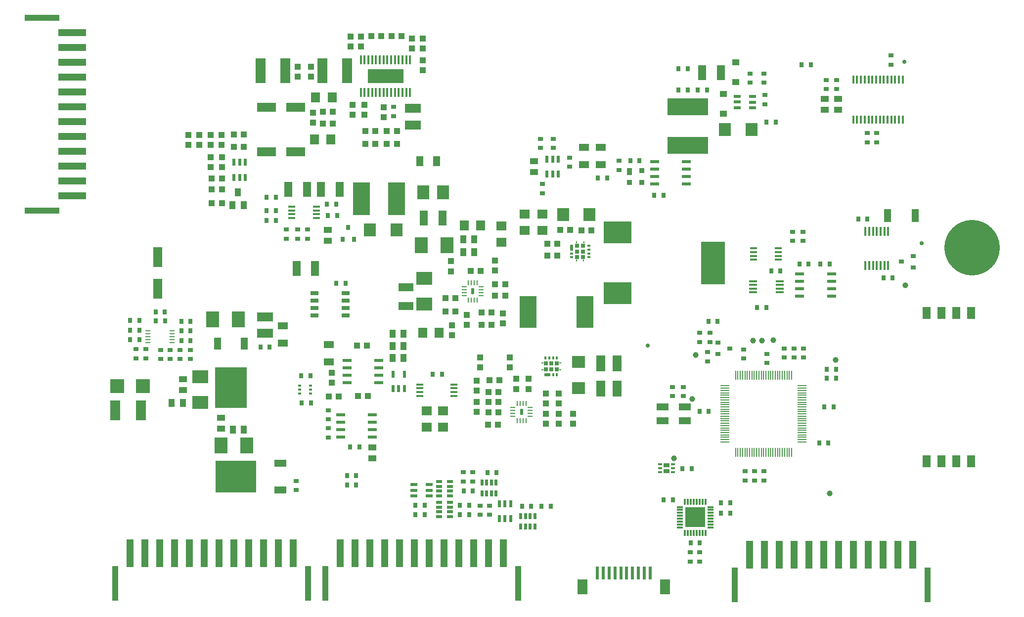
<source format=gtp>
G75*
%MOIN*%
%OFA0B0*%
%FSLAX25Y25*%
%IPPOS*%
%LPD*%
%AMOC8*
5,1,8,0,0,1.08239X$1,22.5*
%
%ADD10R,0.03800X0.03000*%
%ADD11R,0.03000X0.03800*%
%ADD12R,0.03937X0.01181*%
%ADD13R,0.01181X0.03937*%
%ADD14R,0.13386X0.13386*%
%ADD15R,0.01400X0.06000*%
%ADD16C,0.37402*%
%ADD17R,0.05118X0.08661*%
%ADD18R,0.03500X0.03100*%
%ADD19R,0.05512X0.01496*%
%ADD20C,0.02756*%
%ADD21R,0.02362X0.04724*%
%ADD22C,0.03937*%
%ADD23R,0.04724X0.01496*%
%ADD24R,0.06299X0.00945*%
%ADD25R,0.00945X0.06299*%
%ADD26R,0.07874X0.04724*%
%ADD27R,0.01969X0.03937*%
%ADD28R,0.05512X0.07874*%
%ADD29R,0.04724X0.02362*%
%ADD30R,0.03937X0.01969*%
%ADD31R,0.03937X0.03150*%
%ADD32R,0.03150X0.01654*%
%ADD33R,0.06000X0.02400*%
%ADD34R,0.06700X0.04500*%
%ADD35R,0.03300X0.03300*%
%ADD36R,0.03300X0.04700*%
%ADD37R,0.05500X0.04300*%
%ADD38R,0.03346X0.01102*%
%ADD39R,0.01102X0.03346*%
%ADD40R,0.02362X0.04331*%
%ADD41R,0.18500X0.15000*%
%ADD42R,0.16000X0.29000*%
%ADD43R,0.04331X0.03937*%
%ADD44R,0.03937X0.04331*%
%ADD45R,0.02165X0.03898*%
%ADD46R,0.02165X0.01339*%
%ADD47R,0.02756X0.02622*%
%ADD48R,0.00787X0.01181*%
%ADD49R,0.07087X0.06299*%
%ADD50R,0.06299X0.07087*%
%ADD51R,0.03898X0.02165*%
%ADD52R,0.01339X0.02165*%
%ADD53R,0.02622X0.02756*%
%ADD54R,0.01181X0.00787*%
%ADD55R,0.06299X0.10630*%
%ADD56R,0.11417X0.21260*%
%ADD57R,0.10630X0.06299*%
%ADD58R,0.05500X0.10200*%
%ADD59R,0.10200X0.05500*%
%ADD60R,0.10800X0.08500*%
%ADD61R,0.02362X0.01654*%
%ADD62R,0.21260X0.27559*%
%ADD63R,0.04724X0.07874*%
%ADD64R,0.27559X0.21260*%
%ADD65R,0.08500X0.10800*%
%ADD66R,0.04300X0.05500*%
%ADD67R,0.04724X0.01378*%
%ADD68R,0.03100X0.03500*%
%ADD69R,0.04724X0.01181*%
%ADD70R,0.11811X0.22047*%
%ADD71R,0.07900X0.09400*%
%ADD72R,0.07874X0.08661*%
%ADD73R,0.08661X0.07874*%
%ADD74R,0.04724X0.04331*%
%ADD75R,0.27559X0.11811*%
%ADD76R,0.01181X0.06299*%
%ADD77R,0.24291X0.09449*%
%ADD78R,0.06535X0.16614*%
%ADD79R,0.12598X0.06299*%
%ADD80R,0.02165X0.04724*%
%ADD81R,0.03937X0.05512*%
%ADD82R,0.01260X0.05512*%
%ADD83R,0.04500X0.06700*%
%ADD84R,0.09449X0.09449*%
%ADD85R,0.06700X0.13386*%
%ADD86R,0.02362X0.08661*%
%ADD87R,0.07087X0.10236*%
%ADD88R,0.03445X0.00984*%
%ADD89R,0.06299X0.13780*%
%ADD90R,0.05512X0.02500*%
%ADD91R,0.18504X0.05118*%
%ADD92R,0.23622X0.04331*%
%ADD93R,0.05118X0.18504*%
%ADD94R,0.04331X0.23622*%
D10*
X0202333Y0086317D03*
X0202333Y0092517D03*
X0224114Y0121864D03*
X0224114Y0128064D03*
X0224114Y0134031D03*
X0224114Y0140231D03*
X0130982Y0174657D03*
X0123982Y0174657D03*
X0117482Y0174657D03*
X0110982Y0174657D03*
X0100982Y0175157D03*
X0094482Y0175157D03*
X0094482Y0181357D03*
X0100982Y0181357D03*
X0110982Y0180857D03*
X0117482Y0180857D03*
X0123982Y0180857D03*
X0130982Y0180857D03*
X0195831Y0255811D03*
X0195831Y0262011D03*
X0203311Y0262011D03*
X0203311Y0255811D03*
X0210004Y0255811D03*
X0210004Y0262011D03*
X0368311Y0286484D03*
X0368311Y0292684D03*
X0386713Y0304331D03*
X0386713Y0310531D03*
X0375748Y0316980D03*
X0366874Y0316980D03*
X0366874Y0323180D03*
X0375748Y0323180D03*
X0420059Y0308420D03*
X0420059Y0302220D03*
X0518232Y0346433D03*
X0518232Y0352633D03*
X0517839Y0361000D03*
X0517839Y0367200D03*
X0508390Y0367200D03*
X0508390Y0361000D03*
X0559750Y0362837D03*
X0559750Y0356637D03*
X0566837Y0356637D03*
X0566837Y0362837D03*
X0603244Y0373248D03*
X0603244Y0379448D03*
X0593795Y0327086D03*
X0587496Y0327086D03*
X0587496Y0320886D03*
X0593795Y0320886D03*
X0543982Y0260557D03*
X0537082Y0260557D03*
X0537082Y0254357D03*
X0543982Y0254357D03*
X0481382Y0192357D03*
X0474382Y0192357D03*
X0474382Y0186157D03*
X0481382Y0186157D03*
X0479650Y0179405D03*
X0479650Y0173205D03*
X0504059Y0174976D03*
X0519807Y0172023D03*
X0519807Y0178223D03*
X0531382Y0175657D03*
X0531382Y0181857D03*
X0537882Y0181857D03*
X0537882Y0175657D03*
X0544382Y0175657D03*
X0544382Y0181857D03*
X0504059Y0181176D03*
X0463193Y0155822D03*
X0456106Y0155822D03*
X0456106Y0149622D03*
X0463193Y0149622D03*
X0505059Y0099090D03*
X0505059Y0092890D03*
X0511358Y0092890D03*
X0511358Y0099090D03*
X0517657Y0099090D03*
X0517657Y0092890D03*
X0474382Y0044357D03*
X0474382Y0038157D03*
X0467882Y0038157D03*
X0467882Y0044357D03*
X0332752Y0069657D03*
X0326252Y0069657D03*
X0326252Y0075857D03*
X0332752Y0075857D03*
X0321382Y0092157D03*
X0321382Y0098357D03*
X0314882Y0098357D03*
X0314882Y0092157D03*
X0268035Y0338441D03*
X0268035Y0344641D03*
D11*
X0405809Y0296793D03*
X0412009Y0296793D03*
X0427589Y0308470D03*
X0433789Y0308470D03*
X0443731Y0285242D03*
X0449931Y0285242D03*
X0541510Y0238903D03*
X0547710Y0238903D03*
X0555683Y0238903D03*
X0561883Y0238903D03*
X0598203Y0229454D03*
X0604403Y0229454D03*
X0528813Y0234179D03*
X0522613Y0234179D03*
X0519364Y0209375D03*
X0513164Y0209375D03*
X0486482Y0200257D03*
X0480282Y0200257D03*
X0560152Y0167757D03*
X0566352Y0167757D03*
X0566352Y0161757D03*
X0560152Y0161757D03*
X0558439Y0142446D03*
X0564639Y0142446D03*
X0561096Y0118037D03*
X0554896Y0118037D03*
X0480387Y0139297D03*
X0474187Y0139297D03*
X0468970Y0100714D03*
X0462770Y0100714D03*
X0456372Y0079848D03*
X0450172Y0079848D03*
X0488754Y0077879D03*
X0494954Y0077879D03*
X0494954Y0070793D03*
X0488754Y0070793D03*
X0474482Y0050757D03*
X0468282Y0050757D03*
X0373997Y0075320D03*
X0367797Y0075320D03*
X0360836Y0075320D03*
X0354636Y0075320D03*
X0321482Y0085757D03*
X0315282Y0085757D03*
X0312782Y0076257D03*
X0318982Y0076257D03*
X0318982Y0069757D03*
X0312782Y0069757D03*
X0288982Y0069757D03*
X0282782Y0069757D03*
X0282782Y0076257D03*
X0288982Y0076257D03*
X0242739Y0089713D03*
X0236539Y0089713D03*
X0236539Y0096040D03*
X0242739Y0096040D03*
X0244931Y0115478D03*
X0238731Y0115478D03*
X0212254Y0145005D03*
X0206054Y0145005D03*
X0205660Y0163509D03*
X0211860Y0163509D03*
X0184482Y0182757D03*
X0178282Y0182757D03*
X0131082Y0187257D03*
X0124882Y0187257D03*
X0124882Y0193757D03*
X0131082Y0193757D03*
X0131082Y0200257D03*
X0124882Y0200257D03*
X0113850Y0200301D03*
X0107650Y0200301D03*
X0096582Y0200757D03*
X0090382Y0200757D03*
X0107582Y0206557D03*
X0113782Y0206557D03*
X0096582Y0194257D03*
X0090382Y0194257D03*
X0090382Y0187757D03*
X0096582Y0187757D03*
X0229487Y0225727D03*
X0235687Y0225727D03*
X0188694Y0267966D03*
X0182494Y0267966D03*
X0182494Y0274659D03*
X0188694Y0274659D03*
X0188694Y0283714D03*
X0182494Y0283714D03*
X0223046Y0278990D03*
X0229246Y0278990D03*
X0230033Y0271509D03*
X0223833Y0271509D03*
X0459982Y0356257D03*
X0466182Y0356257D03*
X0473006Y0356226D03*
X0479206Y0356226D03*
X0466214Y0370399D03*
X0460014Y0370399D03*
X0519463Y0334572D03*
X0525663Y0334572D03*
X0543085Y0373155D03*
X0549285Y0373155D03*
X0581274Y0269218D03*
X0587474Y0269218D03*
X0300667Y0164466D03*
X0294467Y0164466D03*
X0331282Y0098257D03*
X0337482Y0098257D03*
D12*
X0460949Y0074927D03*
X0460949Y0072958D03*
X0460949Y0070990D03*
X0460949Y0069021D03*
X0460949Y0067053D03*
X0460949Y0065084D03*
X0460949Y0063116D03*
X0460949Y0061147D03*
X0481815Y0061147D03*
X0481815Y0063116D03*
X0481815Y0065084D03*
X0481815Y0067053D03*
X0481815Y0069021D03*
X0481815Y0070990D03*
X0481815Y0072958D03*
X0481815Y0074927D03*
D13*
X0478272Y0078470D03*
X0476303Y0078470D03*
X0474335Y0078470D03*
X0472366Y0078470D03*
X0470398Y0078470D03*
X0468429Y0078470D03*
X0466461Y0078470D03*
X0464492Y0078470D03*
X0464492Y0057604D03*
X0466461Y0057604D03*
X0468429Y0057604D03*
X0470398Y0057604D03*
X0472366Y0057604D03*
X0474335Y0057604D03*
X0476303Y0057604D03*
X0478272Y0057604D03*
D14*
X0471382Y0068037D03*
D15*
X0586144Y0237870D03*
X0588723Y0237870D03*
X0591262Y0237870D03*
X0593841Y0237870D03*
X0596380Y0237870D03*
X0598959Y0237870D03*
X0601498Y0237870D03*
X0601498Y0260845D03*
X0598959Y0260845D03*
X0596380Y0260845D03*
X0593841Y0260845D03*
X0591262Y0260845D03*
X0588723Y0260845D03*
X0586144Y0260845D03*
D16*
X0657996Y0249927D03*
D17*
X0619807Y0271580D03*
X0600909Y0271580D03*
D18*
X0618295Y0244178D03*
X0610295Y0240378D03*
X0618295Y0236578D03*
X0494673Y0181916D03*
X0486673Y0178116D03*
X0486673Y0185716D03*
D19*
X0510188Y0219748D03*
X0510188Y0222248D03*
X0510188Y0224748D03*
X0510188Y0227248D03*
X0528439Y0227248D03*
X0528439Y0224748D03*
X0528439Y0222248D03*
X0528439Y0219748D03*
D20*
X0439295Y0183785D03*
X0623857Y0252661D03*
X0612299Y0375167D03*
D21*
X0378988Y0309581D03*
X0375248Y0309581D03*
X0371508Y0309581D03*
X0371508Y0299295D03*
X0375238Y0299295D03*
X0378988Y0299295D03*
X0275205Y0164416D03*
X0267724Y0164416D03*
X0267724Y0154918D03*
X0271465Y0154918D03*
X0275205Y0154918D03*
X0339386Y0077270D03*
X0343126Y0077270D03*
X0346866Y0077270D03*
X0346866Y0066984D03*
X0343116Y0066984D03*
X0339386Y0066984D03*
D22*
X0457146Y0107913D03*
X0469201Y0147639D03*
X0471776Y0177486D03*
X0510502Y0187257D03*
X0516252Y0187257D03*
X0524138Y0187328D03*
X0565882Y0174257D03*
X0613114Y0224336D03*
X0561882Y0084257D03*
D23*
X0527308Y0241666D03*
X0527308Y0244225D03*
X0527308Y0246784D03*
X0527308Y0249343D03*
X0510674Y0249343D03*
X0510674Y0246784D03*
X0510674Y0244225D03*
X0510674Y0241666D03*
D24*
X0491461Y0156620D03*
X0491461Y0155045D03*
X0491461Y0153470D03*
X0491461Y0151895D03*
X0491461Y0150320D03*
X0491461Y0148745D03*
X0491461Y0147171D03*
X0491461Y0145596D03*
X0491461Y0144021D03*
X0491461Y0142446D03*
X0491461Y0140871D03*
X0491461Y0139297D03*
X0491461Y0137722D03*
X0491461Y0136147D03*
X0491461Y0134572D03*
X0491461Y0132997D03*
X0491461Y0131423D03*
X0491461Y0129848D03*
X0491461Y0128273D03*
X0491461Y0126698D03*
X0491461Y0125123D03*
X0491461Y0123549D03*
X0491461Y0121974D03*
X0491461Y0120399D03*
X0491461Y0118824D03*
X0543429Y0118824D03*
X0543429Y0120399D03*
X0543429Y0121974D03*
X0543429Y0123549D03*
X0543429Y0125123D03*
X0543429Y0126698D03*
X0543429Y0128273D03*
X0543429Y0129848D03*
X0543429Y0131423D03*
X0543429Y0132997D03*
X0543429Y0134572D03*
X0543429Y0136147D03*
X0543429Y0137722D03*
X0543429Y0139297D03*
X0543429Y0140871D03*
X0543429Y0142446D03*
X0543429Y0144021D03*
X0543429Y0145596D03*
X0543429Y0147171D03*
X0543429Y0148745D03*
X0543429Y0150320D03*
X0543429Y0151895D03*
X0543429Y0153470D03*
X0543429Y0155045D03*
X0543429Y0156620D03*
D25*
X0536343Y0163706D03*
X0534768Y0163706D03*
X0533193Y0163706D03*
X0531618Y0163706D03*
X0530043Y0163706D03*
X0528469Y0163706D03*
X0526894Y0163706D03*
X0525319Y0163706D03*
X0523744Y0163706D03*
X0522169Y0163706D03*
X0520594Y0163706D03*
X0519020Y0163706D03*
X0517445Y0163706D03*
X0515870Y0163706D03*
X0514295Y0163706D03*
X0512720Y0163706D03*
X0511146Y0163706D03*
X0509571Y0163706D03*
X0507996Y0163706D03*
X0506421Y0163706D03*
X0504846Y0163706D03*
X0503272Y0163706D03*
X0501697Y0163706D03*
X0500122Y0163706D03*
X0498547Y0163706D03*
X0498547Y0111738D03*
X0500122Y0111738D03*
X0501697Y0111738D03*
X0503272Y0111738D03*
X0504846Y0111738D03*
X0506421Y0111738D03*
X0507996Y0111738D03*
X0509571Y0111738D03*
X0511146Y0111738D03*
X0512720Y0111738D03*
X0514295Y0111738D03*
X0515870Y0111738D03*
X0517445Y0111738D03*
X0519020Y0111738D03*
X0520594Y0111738D03*
X0522169Y0111738D03*
X0523744Y0111738D03*
X0525319Y0111738D03*
X0526894Y0111738D03*
X0528469Y0111738D03*
X0530043Y0111738D03*
X0531618Y0111738D03*
X0533193Y0111738D03*
X0534768Y0111738D03*
X0536343Y0111738D03*
D26*
X0464295Y0132997D03*
X0449335Y0132997D03*
X0449335Y0142446D03*
X0464295Y0142446D03*
X0191614Y0104423D03*
X0191614Y0086470D03*
D27*
X0327657Y0084214D03*
X0330807Y0084214D03*
X0333957Y0084214D03*
X0337106Y0084214D03*
X0337106Y0091301D03*
X0333957Y0091301D03*
X0330807Y0091301D03*
X0327657Y0091301D03*
X0353768Y0068734D03*
X0356917Y0068734D03*
X0360067Y0068734D03*
X0363217Y0068734D03*
X0363217Y0061647D03*
X0360067Y0061647D03*
X0356917Y0061647D03*
X0353768Y0061647D03*
D28*
X0627248Y0105832D03*
X0637248Y0105832D03*
X0647248Y0105832D03*
X0657248Y0105832D03*
X0657248Y0205832D03*
X0647248Y0205832D03*
X0637248Y0205832D03*
X0627248Y0205832D03*
D29*
X0509990Y0344218D03*
X0509990Y0347948D03*
X0509990Y0351698D03*
X0499704Y0351698D03*
X0499704Y0347958D03*
X0499704Y0344218D03*
X0292025Y0089997D03*
X0292025Y0086247D03*
X0292025Y0082517D03*
X0281739Y0082517D03*
X0281739Y0086257D03*
X0281739Y0089997D03*
D30*
X0298839Y0088832D03*
X0298839Y0085682D03*
X0298839Y0082533D03*
X0298839Y0077982D03*
X0298839Y0074832D03*
X0298839Y0071682D03*
X0298839Y0068533D03*
X0305925Y0068533D03*
X0305925Y0071682D03*
X0305925Y0074832D03*
X0305925Y0077982D03*
X0305925Y0082533D03*
X0305925Y0085682D03*
X0305925Y0088832D03*
X0305925Y0091982D03*
X0298839Y0091982D03*
D31*
X0452091Y0099139D03*
X0452091Y0103076D03*
D32*
X0456421Y0103667D03*
X0456421Y0101108D03*
X0456421Y0098549D03*
X0447760Y0098549D03*
X0447760Y0101108D03*
X0447760Y0103667D03*
D33*
X0253812Y0122151D03*
X0253812Y0127151D03*
X0253812Y0132151D03*
X0253812Y0137151D03*
X0232212Y0137151D03*
X0232212Y0132151D03*
X0232212Y0127151D03*
X0232212Y0122151D03*
X0236543Y0158820D03*
X0236543Y0163820D03*
X0236543Y0168820D03*
X0236543Y0173820D03*
X0258143Y0173820D03*
X0258143Y0168820D03*
X0258143Y0163820D03*
X0258143Y0158820D03*
X0541684Y0217230D03*
X0541684Y0222230D03*
X0541684Y0227230D03*
X0541684Y0232230D03*
X0563284Y0232230D03*
X0563284Y0227230D03*
X0563284Y0222230D03*
X0563284Y0217230D03*
X0465505Y0292702D03*
X0465505Y0297702D03*
X0465505Y0302702D03*
X0465505Y0307702D03*
X0443905Y0307702D03*
X0443905Y0302702D03*
X0443905Y0297702D03*
X0443905Y0292702D03*
D34*
X0407839Y0305737D03*
X0396315Y0305737D03*
X0396315Y0317337D03*
X0407839Y0317337D03*
X0193382Y0197057D03*
X0193382Y0185457D03*
X0224304Y0184538D03*
X0224304Y0172938D03*
D35*
X0427126Y0293940D03*
X0435326Y0293940D03*
X0435326Y0301840D03*
D36*
X0427126Y0301040D03*
D37*
X0362831Y0300738D03*
X0362831Y0308138D03*
X0223783Y0261823D03*
X0223783Y0254423D03*
X0126161Y0161083D03*
X0126161Y0153683D03*
X0151815Y0135260D03*
X0151815Y0127860D03*
X0253579Y0115184D03*
X0253579Y0107784D03*
X0558569Y0342651D03*
X0558569Y0350051D03*
X0567624Y0350051D03*
X0567624Y0342651D03*
D38*
X0327134Y0223320D03*
X0327134Y0221352D03*
X0327134Y0219383D03*
X0327134Y0217415D03*
X0315520Y0217415D03*
X0315520Y0219383D03*
X0315520Y0221352D03*
X0315520Y0223320D03*
X0348441Y0142005D03*
X0348441Y0140037D03*
X0348441Y0138068D03*
X0348441Y0136100D03*
X0360055Y0136100D03*
X0360055Y0138068D03*
X0360055Y0140037D03*
X0360055Y0142005D03*
D39*
X0357201Y0144860D03*
X0355232Y0144860D03*
X0353264Y0144860D03*
X0351295Y0144860D03*
X0351295Y0133245D03*
X0353264Y0133245D03*
X0355232Y0133245D03*
X0357201Y0133245D03*
X0324280Y0214560D03*
X0322311Y0214560D03*
X0320343Y0214560D03*
X0318374Y0214560D03*
X0318374Y0226175D03*
X0320343Y0226175D03*
X0322311Y0226175D03*
X0324280Y0226175D03*
D40*
X0321327Y0220368D03*
X0354248Y0139053D03*
D41*
X0419033Y0218954D03*
X0419033Y0259954D03*
D42*
X0483283Y0239454D03*
D43*
X0343177Y0225092D03*
X0336484Y0225092D03*
X0336287Y0234344D03*
X0336287Y0241037D03*
X0326642Y0234147D03*
X0319949Y0234147D03*
X0306760Y0233950D03*
X0306760Y0240643D03*
X0309681Y0215923D03*
X0302988Y0215923D03*
X0303083Y0206824D03*
X0309776Y0206824D03*
X0317252Y0204604D03*
X0317252Y0197911D03*
X0327429Y0197927D03*
X0334122Y0197927D03*
X0326295Y0175864D03*
X0326295Y0169171D03*
X0323933Y0160116D03*
X0332791Y0160312D03*
X0339484Y0160312D03*
X0350705Y0161297D03*
X0350705Y0154604D03*
X0358972Y0154604D03*
X0358972Y0161297D03*
X0346374Y0169171D03*
X0346374Y0175864D03*
X0338697Y0152438D03*
X0332004Y0152438D03*
X0323933Y0153423D03*
X0332004Y0145745D03*
X0338697Y0145745D03*
X0379445Y0137675D03*
X0379445Y0130982D03*
X0388894Y0130982D03*
X0388894Y0137675D03*
X0226370Y0158749D03*
X0226370Y0165442D03*
X0152193Y0296557D03*
X0145500Y0296557D03*
X0152390Y0304234D03*
X0152390Y0310927D03*
X0220421Y0341328D03*
X0227114Y0341328D03*
X0240476Y0339375D03*
X0240476Y0346068D03*
X0248350Y0346068D03*
X0248350Y0339375D03*
X0261343Y0337801D03*
X0261343Y0344494D03*
X0287720Y0369297D03*
X0287720Y0375990D03*
X0273477Y0392322D03*
X0266784Y0392322D03*
X0259577Y0392330D03*
X0252884Y0392330D03*
D44*
X0245988Y0392131D03*
X0245988Y0385438D03*
X0238902Y0385438D03*
X0238902Y0392131D03*
X0212445Y0371848D03*
X0203390Y0371848D03*
X0203390Y0365155D03*
X0212445Y0365155D03*
X0213594Y0340950D03*
X0213594Y0334257D03*
X0220421Y0333454D03*
X0227114Y0333454D03*
X0248941Y0328549D03*
X0255634Y0328549D03*
X0263508Y0328549D03*
X0270201Y0328549D03*
X0270201Y0319887D03*
X0263508Y0319887D03*
X0255634Y0319887D03*
X0248941Y0319887D03*
X0166941Y0317816D03*
X0160248Y0317816D03*
X0151996Y0319194D03*
X0144516Y0319194D03*
X0137035Y0319194D03*
X0129555Y0319194D03*
X0129555Y0325887D03*
X0137035Y0325887D03*
X0144516Y0325887D03*
X0151996Y0325887D03*
X0160248Y0326084D03*
X0166941Y0326084D03*
X0144516Y0310927D03*
X0144516Y0304234D03*
X0145500Y0289076D03*
X0152193Y0289076D03*
X0152193Y0279627D03*
X0145500Y0279627D03*
X0327429Y0206194D03*
X0334122Y0206194D03*
X0341799Y0205604D03*
X0341799Y0198911D03*
X0307217Y0197572D03*
X0307217Y0190879D03*
X0250157Y0183781D03*
X0243465Y0183781D03*
X0243921Y0149753D03*
X0250614Y0149753D03*
X0231004Y0149336D03*
X0224311Y0149336D03*
X0323933Y0145942D03*
X0323933Y0139249D03*
X0332004Y0138659D03*
X0338697Y0138659D03*
X0338303Y0130391D03*
X0331610Y0130391D03*
X0370783Y0130982D03*
X0370783Y0137675D03*
X0370783Y0144761D03*
X0379445Y0144761D03*
X0379445Y0151454D03*
X0370783Y0151454D03*
X0343177Y0217612D03*
X0336484Y0217612D03*
X0371543Y0244332D03*
X0378236Y0244332D03*
X0378236Y0252600D03*
X0371543Y0252600D03*
X0380205Y0261773D03*
X0386898Y0261773D03*
X0394772Y0261379D03*
X0401465Y0261379D03*
X0287720Y0384257D03*
X0280240Y0384257D03*
X0280240Y0390950D03*
X0287720Y0390950D03*
D45*
X0387980Y0249765D03*
D46*
X0387980Y0245927D03*
X0387980Y0243368D03*
X0399594Y0243368D03*
X0399594Y0245927D03*
X0399594Y0248486D03*
X0399594Y0251045D03*
D47*
X0395756Y0251009D03*
X0395756Y0247206D03*
X0395756Y0243403D03*
X0391819Y0243403D03*
X0391819Y0247206D03*
X0391819Y0251009D03*
D48*
X0391465Y0253308D03*
X0396189Y0253308D03*
X0396110Y0241104D03*
X0391386Y0241104D03*
D49*
X0368441Y0261466D03*
X0356236Y0261466D03*
X0340638Y0264490D03*
X0356236Y0272490D03*
X0368441Y0272490D03*
X0340638Y0253466D03*
X0301366Y0139812D03*
X0290189Y0139919D03*
X0290189Y0128895D03*
X0301366Y0128789D03*
D50*
X0298644Y0192477D03*
X0287620Y0192477D03*
X0315815Y0264856D03*
X0326839Y0264856D03*
X0225736Y0322824D03*
X0214713Y0322824D03*
X0215500Y0351171D03*
X0226524Y0351171D03*
D51*
X0371768Y0163954D03*
D52*
X0375606Y0163954D03*
X0378165Y0163954D03*
X0378165Y0175568D03*
X0375606Y0175568D03*
X0373047Y0175568D03*
X0370488Y0175568D03*
D53*
X0370524Y0171730D03*
X0374327Y0171730D03*
X0378130Y0171730D03*
X0378130Y0167793D03*
X0374327Y0167793D03*
X0370524Y0167793D03*
D54*
X0368224Y0167438D03*
X0368224Y0172163D03*
X0380429Y0172084D03*
X0380429Y0167360D03*
D55*
X0407791Y0171730D03*
X0418815Y0171730D03*
X0418815Y0154801D03*
X0407791Y0154801D03*
D56*
X0396965Y0206301D03*
X0358776Y0206301D03*
D57*
X0181382Y0203269D03*
X0181382Y0192245D03*
X0280862Y0332596D03*
X0280862Y0343620D03*
D58*
X0231658Y0289226D03*
X0219058Y0289226D03*
X0209611Y0289226D03*
X0197011Y0289226D03*
X0288350Y0269934D03*
X0300950Y0269934D03*
X0215123Y0235832D03*
X0202523Y0235832D03*
X0476106Y0367643D03*
X0488706Y0367643D03*
D59*
X0276185Y0223086D03*
X0276185Y0210486D03*
D60*
X0288732Y0211771D03*
X0288750Y0229171D03*
X0137543Y0162759D03*
X0137525Y0145359D03*
D61*
X0204626Y0151501D03*
X0204626Y0154060D03*
X0204626Y0156620D03*
X0212106Y0156620D03*
X0212106Y0154060D03*
X0212106Y0151501D03*
D62*
X0158480Y0155316D03*
D63*
X0149504Y0185238D03*
X0167457Y0185238D03*
D64*
X0161693Y0095446D03*
D65*
X0169171Y0116344D03*
X0151771Y0116362D03*
X0145983Y0201362D03*
X0163383Y0201344D03*
X0286731Y0251442D03*
X0304131Y0251424D03*
D66*
X0314956Y0255458D03*
X0322356Y0255458D03*
X0322356Y0246712D03*
X0314956Y0246712D03*
X0274706Y0191670D03*
X0267306Y0191670D03*
X0267306Y0183516D03*
X0274706Y0183516D03*
X0274665Y0175446D03*
X0267265Y0175446D03*
X0167031Y0127190D03*
X0159631Y0127190D03*
X0125885Y0145037D03*
X0118485Y0145037D03*
D67*
X0285783Y0149891D03*
X0285783Y0152450D03*
X0285783Y0155009D03*
X0285783Y0157568D03*
X0308815Y0157568D03*
X0308815Y0155009D03*
X0308815Y0152450D03*
X0308815Y0149891D03*
D68*
X0241263Y0255305D03*
X0233663Y0255305D03*
X0237463Y0263305D03*
D69*
X0216088Y0269768D03*
X0216088Y0272327D03*
X0216088Y0274886D03*
X0216088Y0277445D03*
X0199454Y0277445D03*
X0199454Y0274886D03*
X0199454Y0272327D03*
X0199454Y0269768D03*
D70*
X0246224Y0282927D03*
X0269846Y0282927D03*
D71*
X0287950Y0287257D03*
X0301350Y0287257D03*
D72*
X0269846Y0261667D03*
X0252130Y0261667D03*
X0382370Y0272009D03*
X0400087Y0272009D03*
X0491461Y0329454D03*
X0509177Y0329454D03*
D73*
X0392831Y0172911D03*
X0392831Y0155194D03*
D74*
X0490280Y0340084D03*
X0490280Y0353470D03*
X0498547Y0361344D03*
X0498547Y0374730D03*
D75*
X0466264Y0344808D03*
X0466264Y0318824D03*
D76*
X0279157Y0354533D03*
X0276598Y0354533D03*
X0274039Y0354533D03*
X0271480Y0354533D03*
X0268921Y0354533D03*
X0266362Y0354533D03*
X0263803Y0354533D03*
X0261244Y0354533D03*
X0258685Y0354533D03*
X0256126Y0354533D03*
X0253567Y0354533D03*
X0251008Y0354533D03*
X0248449Y0354533D03*
X0245890Y0354533D03*
X0245890Y0376580D03*
X0248449Y0376580D03*
X0251008Y0376580D03*
X0253567Y0376580D03*
X0256126Y0376580D03*
X0258685Y0376580D03*
X0261244Y0376580D03*
X0263803Y0376580D03*
X0266362Y0376580D03*
X0268921Y0376580D03*
X0271480Y0376580D03*
X0274039Y0376580D03*
X0276598Y0376580D03*
X0279157Y0376580D03*
D77*
X0262524Y0365557D03*
D78*
X0236728Y0369013D03*
X0220035Y0369013D03*
X0195138Y0369013D03*
X0178445Y0369013D03*
D79*
X0182319Y0344478D03*
X0202004Y0344478D03*
X0202004Y0314557D03*
X0182319Y0314557D03*
D80*
X0167941Y0307336D03*
X0164201Y0307336D03*
X0160461Y0307336D03*
X0160461Y0297100D03*
X0164201Y0297100D03*
X0167941Y0297100D03*
D81*
X0163114Y0287112D03*
X0159374Y0278450D03*
X0166854Y0278450D03*
D82*
X0577949Y0335994D03*
X0580508Y0335994D03*
X0583067Y0335994D03*
X0585626Y0335994D03*
X0588185Y0335994D03*
X0590744Y0335994D03*
X0593303Y0335994D03*
X0595862Y0335994D03*
X0598421Y0335994D03*
X0600980Y0335994D03*
X0603539Y0335994D03*
X0606098Y0335994D03*
X0608657Y0335994D03*
X0611217Y0335994D03*
X0611217Y0363159D03*
X0608657Y0363159D03*
X0606098Y0363159D03*
X0603539Y0363159D03*
X0600980Y0363159D03*
X0598421Y0363159D03*
X0595862Y0363159D03*
X0593303Y0363159D03*
X0590744Y0363159D03*
X0588185Y0363159D03*
X0585626Y0363159D03*
X0583067Y0363159D03*
X0580508Y0363159D03*
X0577949Y0363159D03*
D83*
X0297127Y0308234D03*
X0285527Y0308234D03*
D84*
X0099150Y0156317D03*
X0081827Y0156317D03*
D85*
X0080199Y0140145D03*
X0097799Y0140145D03*
D86*
X0405465Y0030415D03*
X0409402Y0030415D03*
X0413339Y0030415D03*
X0417276Y0030415D03*
X0421213Y0030415D03*
X0425150Y0030415D03*
X0429087Y0030415D03*
X0433024Y0030415D03*
X0436961Y0030415D03*
X0440898Y0030415D03*
D87*
X0451134Y0020966D03*
X0395228Y0020966D03*
D88*
X0118677Y0185934D03*
X0118677Y0187903D03*
X0118677Y0189871D03*
X0118677Y0191840D03*
X0118677Y0193808D03*
X0102437Y0193808D03*
X0102437Y0191840D03*
X0102437Y0189871D03*
X0102437Y0187903D03*
X0102437Y0185934D03*
D89*
X0109087Y0222060D03*
X0109087Y0243320D03*
D90*
X0214781Y0219005D03*
X0214781Y0214005D03*
X0214781Y0209005D03*
X0214781Y0204005D03*
X0235648Y0204005D03*
X0235648Y0209005D03*
X0235648Y0214005D03*
X0235648Y0219005D03*
D91*
X0051205Y0284757D03*
X0051205Y0294757D03*
X0051205Y0304757D03*
X0051205Y0314757D03*
X0051205Y0324757D03*
X0051205Y0334757D03*
X0051205Y0344757D03*
X0051205Y0354757D03*
X0051205Y0364757D03*
X0051205Y0374757D03*
X0051205Y0384757D03*
X0051205Y0394757D03*
D92*
X0030929Y0404757D03*
X0030929Y0274757D03*
D93*
X0090282Y0043680D03*
X0100282Y0043680D03*
X0110282Y0043680D03*
X0120282Y0043680D03*
X0130282Y0043680D03*
X0140282Y0043680D03*
X0150282Y0043680D03*
X0160282Y0043680D03*
X0170282Y0043680D03*
X0180282Y0043680D03*
X0190282Y0043680D03*
X0200282Y0043680D03*
X0231982Y0043680D03*
X0241982Y0043680D03*
X0251982Y0043680D03*
X0261982Y0043680D03*
X0271982Y0043680D03*
X0281982Y0043680D03*
X0291982Y0043680D03*
X0301982Y0043680D03*
X0311982Y0043680D03*
X0321982Y0043680D03*
X0331982Y0043680D03*
X0341982Y0043680D03*
X0507982Y0042780D03*
X0517982Y0042780D03*
X0527982Y0042780D03*
X0537982Y0042780D03*
X0547982Y0042780D03*
X0557982Y0042780D03*
X0567982Y0042780D03*
X0577982Y0042780D03*
X0587982Y0042780D03*
X0597982Y0042780D03*
X0607982Y0042780D03*
X0617982Y0042780D03*
D94*
X0080282Y0023405D03*
X0210282Y0023405D03*
X0221982Y0023405D03*
X0351982Y0023405D03*
X0497982Y0022505D03*
X0627982Y0022505D03*
M02*

</source>
